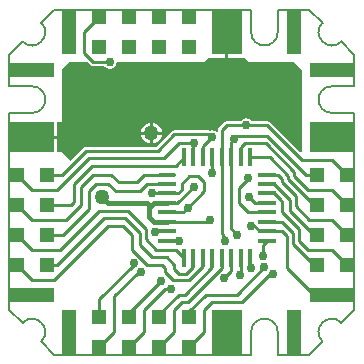
<source format=gtl>
%FSLAX25Y25*%
%MOIN*%
G70*
G01*
G75*
G04 Layer_Physical_Order=1*
G04 Layer_Color=255*
%ADD10O,0.05906X0.01575*%
%ADD11R,0.05906X0.01575*%
%ADD12R,0.01575X0.05906*%
%ADD13C,0.01000*%
%ADD14C,0.01500*%
%ADD15C,0.00500*%
%ADD16R,0.05000X0.05000*%
%ADD17R,0.10000X0.15000*%
%ADD18R,0.05000X0.15000*%
%ADD19R,0.15000X0.05000*%
%ADD20R,0.15000X0.10000*%
%ADD21R,0.05000X0.05000*%
%ADD22C,0.05000*%
%ADD23C,0.03000*%
G36*
X435500Y399000D02*
X441000D01*
X442500Y397500D01*
X457500D01*
X460000Y395000D01*
X460000Y367500D01*
X459302D01*
X449401Y377401D01*
X448988Y377677D01*
X448500Y377775D01*
X443355D01*
X443122Y378122D01*
X442378Y378620D01*
X441500Y378794D01*
X440622Y378620D01*
X439878Y378122D01*
X439645Y377775D01*
X435000D01*
X434512Y377677D01*
X434099Y377401D01*
X432406Y375708D01*
X432130Y375295D01*
X432033Y374807D01*
Y374339D01*
X431533Y374182D01*
X430878Y374620D01*
X430000Y374794D01*
X429451Y374685D01*
X429000Y374775D01*
X417500D01*
X417012Y374677D01*
X416599Y374401D01*
X411472Y369274D01*
X388000D01*
X387512Y369178D01*
X387099Y368901D01*
X382849Y364651D01*
X380000Y367500D01*
X378500D01*
Y372000D01*
X370000D01*
Y373000D01*
X378500D01*
Y377500D01*
X380000D01*
Y395000D01*
X382500Y397500D01*
X388698D01*
X389599Y396599D01*
X390012Y396322D01*
X390500Y396226D01*
X394145D01*
X394378Y395878D01*
X395122Y395380D01*
X396000Y395206D01*
X396878Y395380D01*
X397622Y395878D01*
X398119Y396622D01*
X398294Y397500D01*
X427500D01*
X429000Y399000D01*
X434500D01*
Y407500D01*
X435500D01*
Y399000D01*
D02*
G37*
%LPC*%
G36*
X413313Y373334D02*
X410348D01*
Y370369D01*
X410762Y370424D01*
X411614Y370776D01*
X412345Y371337D01*
X412906Y372069D01*
X413258Y372920D01*
X413313Y373334D01*
D02*
G37*
G36*
X409348D02*
X406384D01*
X406438Y372920D01*
X406791Y372069D01*
X407352Y371337D01*
X408083Y370776D01*
X408935Y370424D01*
X409348Y370369D01*
Y373334D01*
D02*
G37*
G36*
X410348Y377298D02*
Y374334D01*
X413313D01*
X413258Y374747D01*
X412906Y375599D01*
X412345Y376330D01*
X411614Y376891D01*
X410762Y377244D01*
X410348Y377298D01*
D02*
G37*
G36*
X409348D02*
X408935Y377244D01*
X408083Y376891D01*
X407352Y376330D01*
X406791Y375599D01*
X406438Y374747D01*
X406384Y374334D01*
X409348D01*
Y377298D01*
D02*
G37*
%LPD*%
D10*
X415000Y360000D02*
D03*
D11*
Y356850D02*
D03*
Y353701D02*
D03*
Y350551D02*
D03*
Y347402D02*
D03*
Y344252D02*
D03*
Y341102D02*
D03*
Y337953D02*
D03*
X448465D02*
D03*
Y341102D02*
D03*
Y344252D02*
D03*
Y347402D02*
D03*
Y350551D02*
D03*
Y353701D02*
D03*
Y356850D02*
D03*
Y360000D02*
D03*
D12*
X420709Y332244D02*
D03*
X423858D02*
D03*
X427008D02*
D03*
X430157D02*
D03*
X433307D02*
D03*
X436457D02*
D03*
X439606D02*
D03*
X442756D02*
D03*
Y365709D02*
D03*
X439606D02*
D03*
X436457D02*
D03*
X433307D02*
D03*
X430157D02*
D03*
X427008D02*
D03*
X423858D02*
D03*
X420709D02*
D03*
D13*
X439000Y355500D02*
X442500Y359000D01*
X435000Y376500D02*
X441500D01*
X433307Y374807D02*
X435000Y376500D01*
X448500D02*
X460000Y365000D01*
X441500Y376500D02*
X448500D01*
X438500Y373000D02*
X448500D01*
X387500Y400500D02*
X390500Y397500D01*
X396000D01*
X387500Y400500D02*
Y407500D01*
X448500Y373000D02*
X461500Y360000D01*
X465000D01*
X430000Y360500D02*
Y365551D01*
X427500Y354500D02*
Y357500D01*
X425500Y359500D02*
X427500Y357500D01*
X418500Y350500D02*
X424000Y356000D01*
X419000Y370500D02*
X424000D01*
X423858Y370358D02*
X424000Y370500D01*
X427008Y369508D02*
X430000Y372500D01*
X427008Y365709D02*
Y369508D01*
X429000Y373500D02*
X430000Y372500D01*
X417500Y373500D02*
X429000D01*
X412000Y368000D02*
X417500Y373500D01*
X433307Y365709D02*
Y374807D01*
X423858Y365709D02*
Y370358D01*
X414000Y365500D02*
X419000Y370500D01*
X422500Y312500D02*
Y314500D01*
X428000Y320000D01*
X438197D01*
X447348Y329152D01*
X422500Y302500D02*
X427500Y307500D01*
Y315000D01*
X430000Y317500D01*
X440000D01*
X449250Y326750D01*
X450250D01*
X402500Y302500D02*
X407500Y307500D01*
Y315000D01*
X414500Y322000D01*
X416500D01*
X434000Y325500D02*
X436457Y327957D01*
Y332244D01*
X420975Y320000D02*
X430157Y329183D01*
X419000Y320000D02*
X420975D01*
X412500Y313500D02*
X419000Y320000D01*
X412500Y312500D02*
Y313500D01*
X420000Y317500D02*
X422000D01*
X417500Y315000D02*
X420000Y317500D01*
X417500Y307500D02*
Y315000D01*
X412500Y302500D02*
X417500Y307500D01*
X422000Y317500D02*
X433307Y328807D01*
X402500Y312500D02*
Y314000D01*
X413000Y324500D01*
X397500Y319500D02*
X405250Y327250D01*
X397500Y307500D02*
Y319500D01*
X408500Y330000D02*
X413500D01*
X414500Y329000D01*
Y327500D02*
X417000Y325000D01*
X414500Y327500D02*
Y329000D01*
X392500Y318500D02*
X404000Y330000D01*
Y330500D01*
X403500Y335000D02*
X408500Y330000D01*
X410000Y332500D02*
X415000D01*
X406000Y336500D02*
X410000Y332500D01*
X415000D02*
X417500Y330000D01*
X392500Y312500D02*
Y318500D01*
X439500Y326500D02*
X439606Y326606D01*
X411500Y335000D02*
X417953D01*
X408000Y338500D02*
X411500Y335000D01*
X417953D02*
X420709Y332244D01*
X417500Y328500D02*
X419000Y327000D01*
X417500Y328500D02*
Y330000D01*
X421500Y327000D02*
X423858Y329358D01*
X419000Y327000D02*
X421500D01*
X417000Y325000D02*
X422500D01*
X439606Y326606D02*
Y332244D01*
X433307Y328807D02*
Y332244D01*
X447000Y333000D02*
Y336488D01*
X448465Y337953D01*
X455000Y329000D02*
X464000Y320000D01*
X455000Y329000D02*
Y339500D01*
X453398Y341102D02*
X455000Y339500D01*
X436457Y342043D02*
X438500Y340000D01*
X436457Y342043D02*
Y365709D01*
X403500Y335000D02*
Y340000D01*
X400500Y343000D02*
X403500Y340000D01*
X406000Y336500D02*
Y340500D01*
X408000Y338500D02*
Y342000D01*
X402000Y348000D02*
X408000Y342000D01*
X401000Y345500D02*
X406000Y340500D01*
X395500Y343000D02*
X400500D01*
X394000Y345500D02*
X401000D01*
X392500Y348000D02*
X402000D01*
X398000Y354500D02*
X406000D01*
X395500Y357000D02*
X398000Y354500D01*
X392500Y302500D02*
X397500Y307500D01*
X430157Y329183D02*
Y332244D01*
X422500Y325000D02*
X427008Y329508D01*
X423858Y329358D02*
Y332244D01*
X444000Y343000D02*
X445898Y341102D01*
X448465D01*
X443000Y343000D02*
X444000D01*
X442098Y347402D02*
X448465D01*
X444449Y350551D02*
X448465D01*
X442500Y352500D02*
X444449Y350551D01*
X456000Y348000D02*
Y351673D01*
X450823Y356850D02*
X456000Y351673D01*
X458000Y349500D02*
Y353000D01*
X453500Y357500D02*
X458000Y353000D01*
X455500Y358500D02*
X464000Y350000D01*
X457500Y359500D02*
X462000Y355000D01*
X457500Y359500D02*
Y361000D01*
X427008Y329508D02*
Y332244D01*
X388000Y368000D02*
X412000D01*
X380000Y360000D02*
X388000Y368000D01*
X375000Y360000D02*
X380000D01*
X389000Y365500D02*
X414000D01*
X378500Y355000D02*
X389000Y365500D01*
X370000Y355000D02*
X378500D01*
X390000Y363000D02*
X418000D01*
X384000Y357000D02*
X390000Y363000D01*
X384000Y351000D02*
Y357000D01*
X390500Y360000D02*
X396500D01*
X386500Y356000D02*
X390500Y360000D01*
X386500Y350000D02*
Y356000D01*
X391500Y357000D02*
X395500D01*
X389000Y354500D02*
X391500Y357000D01*
X389000Y348500D02*
Y354500D01*
X375000Y350000D02*
X383000D01*
X384000Y351000D01*
X418000Y363000D02*
X420709Y365709D01*
X377500Y325000D02*
X395500Y343000D01*
X378500Y330000D02*
X394000Y345500D01*
X379500Y335000D02*
X392500Y348000D01*
X407500Y360000D02*
X415000D01*
X405000Y357500D02*
X407500Y360000D01*
X399000Y357500D02*
X405000D01*
X396500Y360000D02*
X399000Y357500D01*
X406000Y354500D02*
X408500Y357000D01*
X414850D02*
X415000Y356850D01*
X408500Y357000D02*
X414850D01*
X381500Y345000D02*
X386500Y350000D01*
X370000Y345000D02*
X381500D01*
X380500Y340000D02*
X389000Y348500D01*
X375000Y340000D02*
X380500D01*
X365000Y360000D02*
X370000Y355000D01*
X365000Y350000D02*
X370000Y345000D01*
Y335000D02*
X379500D01*
X375000Y330000D02*
X378500D01*
X370000Y325000D02*
X377500D01*
X365000Y330000D02*
X370000Y325000D01*
X365000Y340000D02*
X370000Y335000D01*
X410000Y354000D02*
X410299Y353701D01*
X415000D01*
X420500Y347500D02*
X422000Y349000D01*
X427500Y354500D01*
X422500Y359500D02*
X425500D01*
X420000Y357000D02*
X422500Y359500D01*
X415000Y353701D02*
X418701D01*
X420000Y355000D01*
Y357000D01*
X428752Y344252D02*
X429500Y345000D01*
X415000Y344252D02*
X428752D01*
X430000Y365551D02*
X430157Y365709D01*
X387500Y407500D02*
X392500Y412500D01*
X415000Y347402D02*
X415098Y347500D01*
X420500D01*
X415000Y350551D02*
X415051Y350500D01*
X418500D01*
X437500Y372000D02*
X438500Y373000D01*
X436457Y370957D02*
X437500Y372000D01*
X433307Y340193D02*
X434000Y339500D01*
X433307Y340193D02*
Y365709D01*
X460000Y365000D02*
X470000D01*
X475000Y360000D01*
X436457Y365709D02*
Y370957D01*
X439606Y369106D02*
X441000Y370500D01*
X439606Y365709D02*
Y369106D01*
X441000Y370500D02*
X448000D01*
X457500Y361000D01*
X462000Y355000D02*
X470000D01*
X475000Y350000D01*
X464000D02*
X465000D01*
X455500Y358500D02*
Y359500D01*
X449291Y365709D02*
X455500Y359500D01*
X442756Y365709D02*
X449291D01*
X453500Y357500D02*
Y358500D01*
X452000Y360000D02*
X453500Y358500D01*
X448465Y360000D02*
X452000D01*
X448465Y356850D02*
X450823D01*
X458000Y349500D02*
X462500Y345000D01*
X470000D01*
X475000Y340000D01*
X464000D02*
X465000D01*
X456000Y348000D02*
X464000Y340000D01*
X459000Y338000D02*
Y342000D01*
X453500Y347500D02*
X459000Y342000D01*
X453500Y347500D02*
Y351000D01*
X452667Y351833D02*
X453500Y351000D01*
X457000Y337000D02*
Y340500D01*
X453248Y344252D02*
X457000Y340500D01*
X448465Y341102D02*
X453398D01*
X470000Y335000D02*
X475000Y330000D01*
X462000Y335000D02*
X470000D01*
X459000Y338000D02*
X462000Y335000D01*
X452667Y351833D02*
Y351856D01*
X450823Y353701D02*
X452667Y351856D01*
X448465Y353701D02*
X450823D01*
X464000Y330000D02*
X465000D01*
X457000Y337000D02*
X464000Y330000D01*
X448465Y344252D02*
X453248D01*
X464000Y320000D02*
X470000D01*
X442000Y347500D02*
X442098Y347402D01*
X439000Y350500D02*
X442000Y347500D01*
X439000Y350500D02*
Y352500D01*
Y355500D01*
D14*
X409000Y346000D02*
X410748Y344252D01*
X409000Y346000D02*
Y349000D01*
X395500Y350500D02*
X408500D01*
X409000Y349000D02*
X410000Y350000D01*
X408500Y350500D02*
X409000Y350000D01*
X393500Y352500D02*
X395500Y350500D01*
X410000Y350000D02*
X410551Y350551D01*
X409000Y350000D02*
X410000D01*
X410748Y344252D02*
X415000D01*
X410551Y350551D02*
X415000D01*
D15*
X370000Y380571D02*
G03*
X370000Y389429I0J4429D01*
G01*
X466868Y410632D02*
G03*
X473132Y404368I3132J-3132D01*
G01*
X443071Y407500D02*
G03*
X451929Y407500I4429J0D01*
G01*
X366868Y404368D02*
G03*
X373132Y410632I3132J3132D01*
G01*
X470000Y389429D02*
G03*
X470000Y380571I0J-4429D01*
G01*
X473132Y310632D02*
G03*
X466868Y304368I-3132J-3132D01*
G01*
X373132D02*
G03*
X366868Y310632I-3132J3132D01*
G01*
X451929Y307500D02*
G03*
X443071Y307500I-4429J0D01*
G01*
X362500Y389500D02*
Y400000D01*
Y389500D02*
X370000Y389429D01*
X362500Y380500D02*
X370000Y380571D01*
X362500Y315000D02*
Y380500D01*
X473132Y404368D02*
X477500Y400000D01*
X462500Y415000D02*
X466868Y410632D01*
X377500Y415000D02*
X443000D01*
X443071Y407500D01*
X451929D02*
X452000Y415000D01*
X462500D01*
X362500Y400000D02*
X366868Y404368D01*
X373132Y410632D02*
X377500Y415000D01*
X477500Y315000D02*
Y380500D01*
X470000Y380571D02*
X477500Y380500D01*
X470000Y389429D02*
X477500Y389500D01*
Y400000D01*
X462500Y300000D02*
X466868Y304368D01*
X473132Y310632D02*
X477500Y315000D01*
X373132Y304368D02*
X377500Y300000D01*
X362500Y315000D02*
X366868Y310632D01*
X452000Y300000D02*
X462500D01*
X451929Y307500D02*
X452000Y300000D01*
X443000D02*
X443071Y307500D01*
X377500Y300000D02*
X443000D01*
D16*
X392500Y402500D02*
D03*
Y412500D02*
D03*
X402500Y402500D02*
D03*
Y412500D02*
D03*
X412500Y402500D02*
D03*
Y412500D02*
D03*
X422500Y402500D02*
D03*
Y412500D02*
D03*
X392500Y312500D02*
D03*
Y302500D02*
D03*
X402500Y312500D02*
D03*
Y302500D02*
D03*
X412500Y312500D02*
D03*
Y302500D02*
D03*
X422500Y312500D02*
D03*
Y302500D02*
D03*
D17*
X435000Y407500D02*
D03*
Y307500D02*
D03*
D18*
X457500Y407500D02*
D03*
X382500Y307500D02*
D03*
X457500D02*
D03*
X382500Y407500D02*
D03*
D19*
X470000Y395000D02*
D03*
Y320000D02*
D03*
X370000Y395000D02*
D03*
Y320000D02*
D03*
D20*
X470000Y372500D02*
D03*
X370000D02*
D03*
D21*
X475000Y360000D02*
D03*
X465000D02*
D03*
X475000Y350000D02*
D03*
X465000D02*
D03*
X475000Y340000D02*
D03*
X465000D02*
D03*
Y330000D02*
D03*
X375000Y360000D02*
D03*
X365000D02*
D03*
X375000Y350000D02*
D03*
X365000D02*
D03*
X375000Y340000D02*
D03*
X365000D02*
D03*
X375000Y330000D02*
D03*
X365000D02*
D03*
X475000D02*
D03*
D22*
X409848Y373834D02*
D03*
X393500Y352500D02*
D03*
D23*
X441500Y376500D02*
D03*
X396000Y397500D02*
D03*
X430000Y360500D02*
D03*
X424000Y356000D02*
D03*
Y370500D02*
D03*
X430000Y372500D02*
D03*
X416500Y322000D02*
D03*
X434000Y325500D02*
D03*
X413000Y324500D02*
D03*
X406500Y327500D02*
D03*
X404000Y330500D02*
D03*
X439500Y326500D02*
D03*
X443000Y329000D02*
D03*
X447348Y329152D02*
D03*
X447000Y333000D02*
D03*
X450250Y326750D02*
D03*
X438500Y340000D02*
D03*
X443000Y343000D02*
D03*
X410000Y354000D02*
D03*
X429500Y345000D02*
D03*
X422000Y349000D02*
D03*
X437500Y372000D02*
D03*
X434500Y338000D02*
D03*
X442500Y352500D02*
D03*
X411000Y341000D02*
D03*
X419000Y338000D02*
D03*
X442000Y359000D02*
D03*
M02*

</source>
